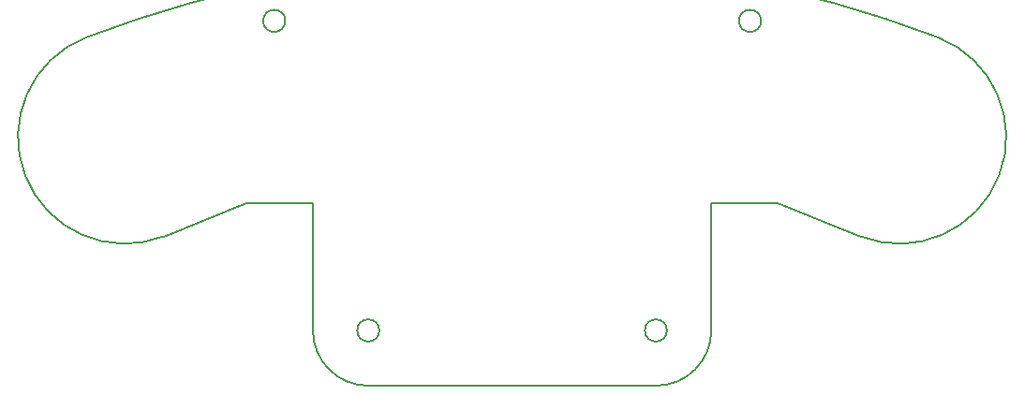
<source format=gm1>
G04 #@! TF.FileFunction,Profile,NP*
%FSLAX46Y46*%
G04 Gerber Fmt 4.6, Leading zero omitted, Abs format (unit mm)*
G04 Created by KiCad (PCBNEW 4.0.7+dfsg1-1ubuntu2) date Mon Mar  4 23:28:43 2019*
%MOMM*%
%LPD*%
G01*
G04 APERTURE LIST*
%ADD10C,0.100000*%
%ADD11C,0.150000*%
G04 APERTURE END LIST*
D10*
D11*
X26000000Y16500000D02*
X18500000Y13500000D01*
X26000000Y16500000D02*
X32000000Y16500000D01*
X74000000Y16500000D02*
X68000000Y16500000D01*
X81500000Y13500000D02*
X74000000Y16500000D01*
X68000000Y16500000D02*
X68000000Y5000000D01*
X32000000Y16500000D02*
X32000000Y5000000D01*
X88500000Y31500001D02*
G75*
G03X11500000Y31500000I-38500000J-101000001D01*
G01*
X32000000Y5000000D02*
G75*
G03X37000000Y0I5000000J0D01*
G01*
X68000000Y5000000D02*
G75*
G02X63000000Y0I-5000000J0D01*
G01*
X37000000Y0D02*
X63000000Y0D01*
X64000000Y5000000D02*
G75*
G03X64000000Y5000000I-1000000J0D01*
G01*
X38000000Y5000000D02*
G75*
G03X38000000Y5000000I-1000000J0D01*
G01*
X18500000Y13500000D02*
G75*
G02X11500000Y31500000I-3500000J9000000D01*
G01*
X81500001Y13500000D02*
G75*
G03X88500000Y31500000I3499999J9000000D01*
G01*
X72500000Y33000000D02*
G75*
G03X72500000Y33000000I-1000000J0D01*
G01*
X29500000Y33000000D02*
G75*
G03X29500000Y33000000I-1000000J0D01*
G01*
M02*

</source>
